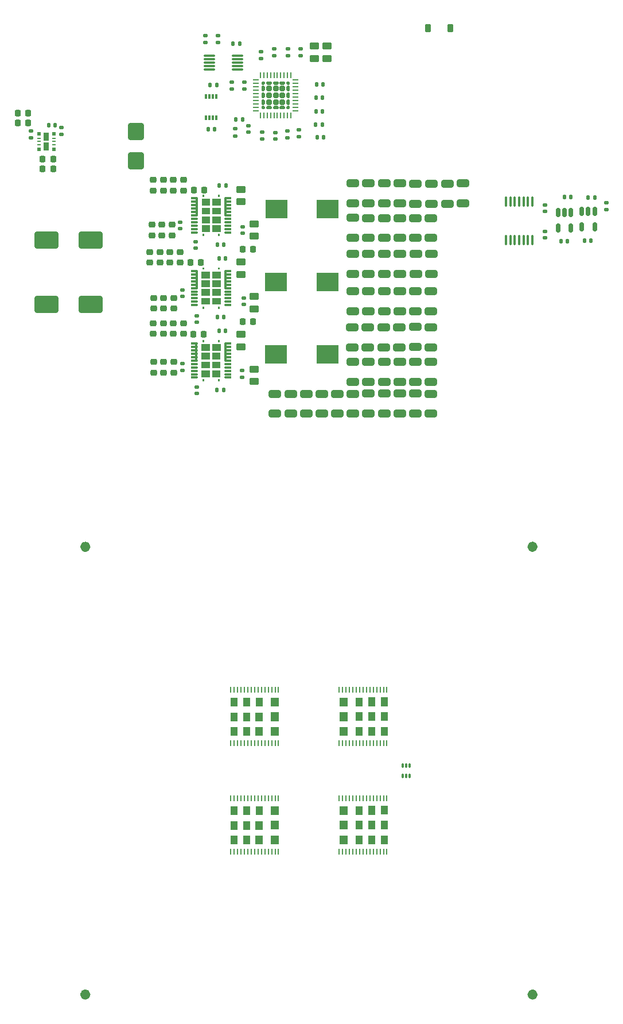
<source format=gtp>
G04 #@! TF.GenerationSoftware,KiCad,Pcbnew,9.0.1*
G04 #@! TF.CreationDate,2025-06-03T01:03:25-04:00*
G04 #@! TF.ProjectId,nerdqaxe++,6e657264-7161-4786-952b-2b2e6b696361,rev?*
G04 #@! TF.SameCoordinates,Original*
G04 #@! TF.FileFunction,Paste,Top*
G04 #@! TF.FilePolarity,Positive*
%FSLAX46Y46*%
G04 Gerber Fmt 4.6, Leading zero omitted, Abs format (unit mm)*
G04 Created by KiCad (PCBNEW 9.0.1) date 2025-06-03 01:03:25*
%MOMM*%
%LPD*%
G01*
G04 APERTURE LIST*
G04 Aperture macros list*
%AMRoundRect*
0 Rectangle with rounded corners*
0 $1 Rounding radius*
0 $2 $3 $4 $5 $6 $7 $8 $9 X,Y pos of 4 corners*
0 Add a 4 corners polygon primitive as box body*
4,1,4,$2,$3,$4,$5,$6,$7,$8,$9,$2,$3,0*
0 Add four circle primitives for the rounded corners*
1,1,$1+$1,$2,$3*
1,1,$1+$1,$4,$5*
1,1,$1+$1,$6,$7*
1,1,$1+$1,$8,$9*
0 Add four rect primitives between the rounded corners*
20,1,$1+$1,$2,$3,$4,$5,0*
20,1,$1+$1,$4,$5,$6,$7,0*
20,1,$1+$1,$6,$7,$8,$9,0*
20,1,$1+$1,$8,$9,$2,$3,0*%
%AMFreePoly0*
4,1,19,0.178553,0.213392,0.221317,0.164040,0.231790,0.115895,0.231790,-0.012362,0.213392,-0.075020,0.197845,-0.094312,0.094312,-0.197845,0.036997,-0.229141,0.012362,-0.231790,-0.115895,-0.231790,-0.178553,-0.213392,-0.221317,-0.164040,-0.231790,-0.115895,-0.231790,0.115895,-0.213392,0.178553,-0.164040,0.221317,-0.115895,0.231790,0.115895,0.231790,0.178553,0.213392,0.178553,0.213392,
$1*%
%AMFreePoly1*
4,1,21,0.122595,0.381565,0.128518,0.376137,0.204814,0.299841,0.231439,0.242746,0.231789,0.234719,0.231789,-0.234719,0.210242,-0.293918,0.204814,-0.299841,0.128518,-0.376137,0.071423,-0.402762,0.063396,-0.403112,-0.139692,-0.403112,-0.198891,-0.381565,-0.230390,-0.327007,-0.231789,-0.311015,-0.231789,0.311015,-0.210242,0.370214,-0.155684,0.401713,-0.139692,0.403112,0.063396,0.403112,
0.122595,0.381565,0.122595,0.381565,$1*%
%AMFreePoly2*
4,1,19,0.075020,0.213392,0.094312,0.197845,0.197845,0.094312,0.229141,0.036997,0.231790,0.012362,0.231790,-0.115895,0.213392,-0.178553,0.164040,-0.221317,0.115895,-0.231790,-0.115895,-0.231790,-0.178553,-0.213392,-0.221317,-0.164040,-0.231790,-0.115895,-0.231790,0.115895,-0.213392,0.178553,-0.164040,0.221317,-0.115895,0.231790,0.012362,0.231790,0.075020,0.213392,0.075020,0.213392,
$1*%
%AMFreePoly3*
4,1,21,0.370214,0.210242,0.401713,0.155684,0.403112,0.139692,0.403112,-0.063396,0.381565,-0.122595,0.376137,-0.128518,0.299841,-0.204814,0.242746,-0.231439,0.234719,-0.231789,-0.234719,-0.231789,-0.293918,-0.210242,-0.299841,-0.204814,-0.376137,-0.128518,-0.402762,-0.071423,-0.403112,-0.063396,-0.403112,0.139692,-0.381565,0.198891,-0.327007,0.230390,-0.311015,0.231789,0.311015,0.231789,
0.370214,0.210242,0.370214,0.210242,$1*%
%AMFreePoly4*
4,1,21,0.293918,0.210242,0.299841,0.204814,0.376137,0.128518,0.402762,0.071423,0.403112,0.063396,0.403112,-0.139692,0.381565,-0.198891,0.327007,-0.230390,0.311015,-0.231789,-0.311015,-0.231789,-0.370214,-0.210242,-0.401713,-0.155684,-0.403112,-0.139692,-0.403112,0.063396,-0.381565,0.122595,-0.376137,0.128518,-0.299841,0.204814,-0.242746,0.231439,-0.234719,0.231789,0.234719,0.231789,
0.293918,0.210242,0.293918,0.210242,$1*%
%AMFreePoly5*
4,1,19,0.178553,0.213392,0.221317,0.164040,0.231790,0.115895,0.231790,-0.115895,0.213392,-0.178553,0.164040,-0.221317,0.115895,-0.231790,-0.012362,-0.231790,-0.075020,-0.213392,-0.094312,-0.197845,-0.197845,-0.094312,-0.229141,-0.036997,-0.231790,-0.012362,-0.231790,0.115895,-0.213392,0.178553,-0.164040,0.221317,-0.115895,0.231790,0.115895,0.231790,0.178553,0.213392,0.178553,0.213392,
$1*%
%AMFreePoly6*
4,1,21,0.198891,0.381565,0.230390,0.327007,0.231789,0.311015,0.231789,-0.311015,0.210242,-0.370214,0.155684,-0.401713,0.139692,-0.403112,-0.063396,-0.403112,-0.122595,-0.381565,-0.128518,-0.376137,-0.204814,-0.299841,-0.231439,-0.242746,-0.231789,-0.234719,-0.231789,0.234719,-0.210242,0.293918,-0.204814,0.299841,-0.128518,0.376137,-0.071423,0.402762,-0.063396,0.403112,0.139692,0.403112,
0.198891,0.381565,0.198891,0.381565,$1*%
%AMFreePoly7*
4,1,19,0.178553,0.213392,0.221317,0.164040,0.231790,0.115895,0.231790,-0.115895,0.213392,-0.178553,0.164040,-0.221317,0.115895,-0.231790,-0.115895,-0.231790,-0.178553,-0.213392,-0.221317,-0.164040,-0.231790,-0.115895,-0.231790,0.012362,-0.213392,0.075020,-0.197845,0.094312,-0.094312,0.197845,-0.036997,0.229141,-0.012362,0.231790,0.115895,0.231790,0.178553,0.213392,0.178553,0.213392,
$1*%
G04 Aperture macros list end*
%ADD10C,0.001000*%
%ADD11C,0.000000*%
%ADD12C,0.750000*%
%ADD13RoundRect,0.225000X0.250000X-0.225000X0.250000X0.225000X-0.250000X0.225000X-0.250000X-0.225000X0*%
%ADD14RoundRect,0.225000X-0.250000X0.225000X-0.250000X-0.225000X0.250000X-0.225000X0.250000X0.225000X0*%
%ADD15RoundRect,0.135000X-0.185000X0.135000X-0.185000X-0.135000X0.185000X-0.135000X0.185000X0.135000X0*%
%ADD16RoundRect,0.140000X-0.140000X-0.170000X0.140000X-0.170000X0.140000X0.170000X-0.140000X0.170000X0*%
%ADD17RoundRect,0.140000X0.140000X0.170000X-0.140000X0.170000X-0.140000X-0.170000X0.140000X-0.170000X0*%
%ADD18RoundRect,0.055250X-0.055250X0.340750X-0.055250X-0.340750X0.055250X-0.340750X0.055250X0.340750X0*%
%ADD19RoundRect,0.250000X-0.650000X0.325000X-0.650000X-0.325000X0.650000X-0.325000X0.650000X0.325000X0*%
%ADD20R,3.300000X2.800000*%
%ADD21RoundRect,0.250000X-0.450000X0.262500X-0.450000X-0.262500X0.450000X-0.262500X0.450000X0.262500X0*%
%ADD22RoundRect,0.050000X-0.100000X0.285000X-0.100000X-0.285000X0.100000X-0.285000X0.100000X0.285000X0*%
%ADD23RoundRect,0.250000X0.650000X-0.325000X0.650000X0.325000X-0.650000X0.325000X-0.650000X-0.325000X0*%
%ADD24RoundRect,0.135000X0.185000X-0.135000X0.185000X0.135000X-0.185000X0.135000X-0.185000X-0.135000X0*%
%ADD25RoundRect,0.250000X1.500000X1.000000X-1.500000X1.000000X-1.500000X-1.000000X1.500000X-1.000000X0*%
%ADD26FreePoly0,90.000000*%
%ADD27FreePoly1,90.000000*%
%ADD28FreePoly2,90.000000*%
%ADD29FreePoly3,90.000000*%
%ADD30RoundRect,0.201557X0.201556X-0.201556X0.201556X0.201556X-0.201556X0.201556X-0.201556X-0.201556X0*%
%ADD31FreePoly4,90.000000*%
%ADD32FreePoly5,90.000000*%
%ADD33FreePoly6,90.000000*%
%ADD34FreePoly7,90.000000*%
%ADD35RoundRect,0.062500X0.062500X-0.375000X0.062500X0.375000X-0.062500X0.375000X-0.062500X-0.375000X0*%
%ADD36RoundRect,0.062500X0.375000X-0.062500X0.375000X0.062500X-0.375000X0.062500X-0.375000X-0.062500X0*%
%ADD37R,0.533400X0.558800*%
%ADD38R,0.533400X0.279400*%
%ADD39RoundRect,0.140000X0.170000X-0.140000X0.170000X0.140000X-0.170000X0.140000X-0.170000X-0.140000X0*%
%ADD40RoundRect,0.250000X0.450000X-0.262500X0.450000X0.262500X-0.450000X0.262500X-0.450000X-0.262500X0*%
%ADD41RoundRect,0.225000X0.225000X0.250000X-0.225000X0.250000X-0.225000X-0.250000X0.225000X-0.250000X0*%
%ADD42RoundRect,0.250000X0.900000X-1.000000X0.900000X1.000000X-0.900000X1.000000X-0.900000X-1.000000X0*%
%ADD43RoundRect,0.140000X-0.170000X0.140000X-0.170000X-0.140000X0.170000X-0.140000X0.170000X0.140000X0*%
%ADD44RoundRect,0.100000X-0.100000X0.637500X-0.100000X-0.637500X0.100000X-0.637500X0.100000X0.637500X0*%
%ADD45RoundRect,0.127000X0.373000X0.023000X-0.373000X0.023000X-0.373000X-0.023000X0.373000X-0.023000X0*%
%ADD46R,0.500000X0.300000*%
%ADD47RoundRect,0.127000X0.078000X1.273000X-0.078000X1.273000X-0.078000X-1.273000X0.078000X-1.273000X0*%
%ADD48RoundRect,0.127000X-0.373000X-0.023000X0.373000X-0.023000X0.373000X0.023000X-0.373000X0.023000X0*%
%ADD49RoundRect,0.150000X-0.150000X0.512500X-0.150000X-0.512500X0.150000X-0.512500X0.150000X0.512500X0*%
%ADD50RoundRect,0.225000X-0.225000X-0.250000X0.225000X-0.250000X0.225000X0.250000X-0.225000X0.250000X0*%
%ADD51RoundRect,0.135000X-0.135000X-0.185000X0.135000X-0.185000X0.135000X0.185000X-0.135000X0.185000X0*%
%ADD52RoundRect,0.135000X0.135000X0.185000X-0.135000X0.185000X-0.135000X-0.185000X0.135000X-0.185000X0*%
%ADD53RoundRect,0.055250X0.055250X-0.340750X0.055250X0.340750X-0.055250X0.340750X-0.055250X-0.340750X0*%
%ADD54R,0.300000X0.800000*%
%ADD55RoundRect,0.087500X0.725000X0.087500X-0.725000X0.087500X-0.725000X-0.087500X0.725000X-0.087500X0*%
%ADD56RoundRect,0.225000X0.225000X0.375000X-0.225000X0.375000X-0.225000X-0.375000X0.225000X-0.375000X0*%
G04 APERTURE END LIST*
D10*
X83435000Y-130650000D02*
X84385000Y-130650000D01*
X84385000Y-129450000D01*
X83435000Y-129450000D01*
X83435000Y-130650000D01*
G36*
X83435000Y-130650000D02*
G01*
X84385000Y-130650000D01*
X84385000Y-129450000D01*
X83435000Y-129450000D01*
X83435000Y-130650000D01*
G37*
X83435000Y-132800000D02*
X84385000Y-132800000D01*
X84385000Y-131600000D01*
X83435000Y-131600000D01*
X83435000Y-132800000D01*
G36*
X83435000Y-132800000D02*
G01*
X84385000Y-132800000D01*
X84385000Y-131600000D01*
X83435000Y-131600000D01*
X83435000Y-132800000D01*
G37*
X83445000Y-128440000D02*
X84395000Y-128440000D01*
X84395000Y-127240000D01*
X83445000Y-127240000D01*
X83445000Y-128440000D01*
G36*
X83445000Y-128440000D02*
G01*
X84395000Y-128440000D01*
X84395000Y-127240000D01*
X83445000Y-127240000D01*
X83445000Y-128440000D01*
G37*
X85295000Y-130640000D02*
X86245000Y-130640000D01*
X86245000Y-129440000D01*
X85295000Y-129440000D01*
X85295000Y-130640000D01*
G36*
X85295000Y-130640000D02*
G01*
X86245000Y-130640000D01*
X86245000Y-129440000D01*
X85295000Y-129440000D01*
X85295000Y-130640000D01*
G37*
X85295000Y-132790000D02*
X86245000Y-132790000D01*
X86245000Y-131590000D01*
X85295000Y-131590000D01*
X85295000Y-132790000D01*
G36*
X85295000Y-132790000D02*
G01*
X86245000Y-132790000D01*
X86245000Y-131590000D01*
X85295000Y-131590000D01*
X85295000Y-132790000D01*
G37*
X85305000Y-128430000D02*
X86255000Y-128430000D01*
X86255000Y-127230000D01*
X85305000Y-127230000D01*
X85305000Y-128430000D01*
G36*
X85305000Y-128430000D02*
G01*
X86255000Y-128430000D01*
X86255000Y-127230000D01*
X85305000Y-127230000D01*
X85305000Y-128430000D01*
G37*
X87125000Y-130630000D02*
X88075000Y-130630000D01*
X88075000Y-129430000D01*
X87125000Y-129430000D01*
X87125000Y-130630000D01*
G36*
X87125000Y-130630000D02*
G01*
X88075000Y-130630000D01*
X88075000Y-129430000D01*
X87125000Y-129430000D01*
X87125000Y-130630000D01*
G37*
X87125000Y-132780000D02*
X88075000Y-132780000D01*
X88075000Y-131580000D01*
X87125000Y-131580000D01*
X87125000Y-132780000D01*
G36*
X87125000Y-132780000D02*
G01*
X88075000Y-132780000D01*
X88075000Y-131580000D01*
X87125000Y-131580000D01*
X87125000Y-132780000D01*
G37*
X87135000Y-128420000D02*
X88085000Y-128420000D01*
X88085000Y-127220000D01*
X87135000Y-127220000D01*
X87135000Y-128420000D01*
G36*
X87135000Y-128420000D02*
G01*
X88085000Y-128420000D01*
X88085000Y-127220000D01*
X87135000Y-127220000D01*
X87135000Y-128420000D01*
G37*
X89340000Y-128460000D02*
X90460000Y-128460000D01*
X90460000Y-127260000D01*
X89340000Y-127260000D01*
X89340000Y-128460000D01*
G36*
X89340000Y-128460000D02*
G01*
X90460000Y-128460000D01*
X90460000Y-127260000D01*
X89340000Y-127260000D01*
X89340000Y-128460000D01*
G37*
X89350000Y-130600000D02*
X90460000Y-130600000D01*
X90460000Y-129400000D01*
X89350000Y-129400000D01*
X89350000Y-130600000D01*
G36*
X89350000Y-130600000D02*
G01*
X90460000Y-130600000D01*
X90460000Y-129400000D01*
X89350000Y-129400000D01*
X89350000Y-130600000D01*
G37*
X89370000Y-132780000D02*
X90480000Y-132780000D01*
X90480000Y-131580000D01*
X89370000Y-131580000D01*
X89370000Y-132780000D01*
G36*
X89370000Y-132780000D02*
G01*
X90480000Y-132780000D01*
X90480000Y-131580000D01*
X89370000Y-131580000D01*
X89370000Y-132780000D01*
G37*
D11*
G36*
X56619900Y-45150000D02*
G01*
X55880100Y-45150000D01*
X55880100Y-43927600D01*
X56619900Y-43927600D01*
X56619900Y-45150000D01*
G37*
G36*
X56619900Y-46572400D02*
G01*
X55880100Y-46572400D01*
X55880100Y-45350000D01*
X56619900Y-45350000D01*
X56619900Y-46572400D01*
G37*
G36*
X79165000Y-64417500D02*
G01*
X80415000Y-64417500D01*
X80415000Y-65412500D01*
X79165000Y-65412500D01*
X79165000Y-64417500D01*
G37*
G36*
X79165000Y-65712500D02*
G01*
X80415000Y-65712500D01*
X80415000Y-66707500D01*
X79165000Y-66707500D01*
X79165000Y-65712500D01*
G37*
G36*
X79165000Y-67007500D02*
G01*
X80415000Y-67007500D01*
X80415000Y-68002500D01*
X79165000Y-68002500D01*
X79165000Y-67007500D01*
G37*
G36*
X79165000Y-68302500D02*
G01*
X80415000Y-68302500D01*
X80415000Y-69297500D01*
X79165000Y-69297500D01*
X79165000Y-68302500D01*
G37*
G36*
X79305000Y-69597500D02*
G01*
X79555000Y-69597500D01*
X79555000Y-69908500D01*
X79305000Y-69908500D01*
X79305000Y-69597500D01*
G37*
G36*
X79315000Y-63806500D02*
G01*
X79565000Y-63806500D01*
X79565000Y-64117500D01*
X79315000Y-64117500D01*
X79315000Y-63806500D01*
G37*
G36*
X80715000Y-65712500D02*
G01*
X81965000Y-65712500D01*
X81965000Y-66707500D01*
X80715000Y-66707500D01*
X80715000Y-65712500D01*
G37*
G36*
X80715000Y-67007500D02*
G01*
X81965000Y-67007500D01*
X81965000Y-68002500D01*
X80715000Y-68002500D01*
X80715000Y-67007500D01*
G37*
G36*
X80715000Y-68302500D02*
G01*
X81965000Y-68302500D01*
X81965000Y-69297500D01*
X80715000Y-69297500D01*
X80715000Y-68302500D01*
G37*
G36*
X80725000Y-64417500D02*
G01*
X81975000Y-64417500D01*
X81975000Y-65412500D01*
X80725000Y-65412500D01*
X80725000Y-64417500D01*
G37*
G36*
X81565000Y-63806500D02*
G01*
X81815000Y-63806500D01*
X81815000Y-64117500D01*
X81565000Y-64117500D01*
X81565000Y-63806500D01*
G37*
G36*
X81565000Y-69597500D02*
G01*
X81815000Y-69597500D01*
X81815000Y-69908500D01*
X81565000Y-69908500D01*
X81565000Y-69597500D01*
G37*
D12*
X62375000Y-171000000D02*
G75*
G02*
X61625000Y-171000000I-375000J0D01*
G01*
X61625000Y-171000000D02*
G75*
G02*
X62375000Y-171000000I375000J0D01*
G01*
X128375000Y-105000000D02*
G75*
G02*
X127625000Y-105000000I-375000J0D01*
G01*
X127625000Y-105000000D02*
G75*
G02*
X128375000Y-105000000I375000J0D01*
G01*
X62375000Y-105000000D02*
G75*
G02*
X61625000Y-105000000I-375000J0D01*
G01*
X61625000Y-105000000D02*
G75*
G02*
X62375000Y-105000000I375000J0D01*
G01*
D10*
X83435000Y-146650000D02*
X84385000Y-146650000D01*
X84385000Y-145450000D01*
X83435000Y-145450000D01*
X83435000Y-146650000D01*
G36*
X83435000Y-146650000D02*
G01*
X84385000Y-146650000D01*
X84385000Y-145450000D01*
X83435000Y-145450000D01*
X83435000Y-146650000D01*
G37*
X83435000Y-148800000D02*
X84385000Y-148800000D01*
X84385000Y-147600000D01*
X83435000Y-147600000D01*
X83435000Y-148800000D01*
G36*
X83435000Y-148800000D02*
G01*
X84385000Y-148800000D01*
X84385000Y-147600000D01*
X83435000Y-147600000D01*
X83435000Y-148800000D01*
G37*
X83445000Y-144440000D02*
X84395000Y-144440000D01*
X84395000Y-143240000D01*
X83445000Y-143240000D01*
X83445000Y-144440000D01*
G36*
X83445000Y-144440000D02*
G01*
X84395000Y-144440000D01*
X84395000Y-143240000D01*
X83445000Y-143240000D01*
X83445000Y-144440000D01*
G37*
X85295000Y-146640000D02*
X86245000Y-146640000D01*
X86245000Y-145440000D01*
X85295000Y-145440000D01*
X85295000Y-146640000D01*
G36*
X85295000Y-146640000D02*
G01*
X86245000Y-146640000D01*
X86245000Y-145440000D01*
X85295000Y-145440000D01*
X85295000Y-146640000D01*
G37*
X85295000Y-148790000D02*
X86245000Y-148790000D01*
X86245000Y-147590000D01*
X85295000Y-147590000D01*
X85295000Y-148790000D01*
G36*
X85295000Y-148790000D02*
G01*
X86245000Y-148790000D01*
X86245000Y-147590000D01*
X85295000Y-147590000D01*
X85295000Y-148790000D01*
G37*
X85305000Y-144430000D02*
X86255000Y-144430000D01*
X86255000Y-143230000D01*
X85305000Y-143230000D01*
X85305000Y-144430000D01*
G36*
X85305000Y-144430000D02*
G01*
X86255000Y-144430000D01*
X86255000Y-143230000D01*
X85305000Y-143230000D01*
X85305000Y-144430000D01*
G37*
X87125000Y-146630000D02*
X88075000Y-146630000D01*
X88075000Y-145430000D01*
X87125000Y-145430000D01*
X87125000Y-146630000D01*
G36*
X87125000Y-146630000D02*
G01*
X88075000Y-146630000D01*
X88075000Y-145430000D01*
X87125000Y-145430000D01*
X87125000Y-146630000D01*
G37*
X87125000Y-148780000D02*
X88075000Y-148780000D01*
X88075000Y-147580000D01*
X87125000Y-147580000D01*
X87125000Y-148780000D01*
G36*
X87125000Y-148780000D02*
G01*
X88075000Y-148780000D01*
X88075000Y-147580000D01*
X87125000Y-147580000D01*
X87125000Y-148780000D01*
G37*
X87135000Y-144420000D02*
X88085000Y-144420000D01*
X88085000Y-143220000D01*
X87135000Y-143220000D01*
X87135000Y-144420000D01*
G36*
X87135000Y-144420000D02*
G01*
X88085000Y-144420000D01*
X88085000Y-143220000D01*
X87135000Y-143220000D01*
X87135000Y-144420000D01*
G37*
X89340000Y-144460000D02*
X90460000Y-144460000D01*
X90460000Y-143260000D01*
X89340000Y-143260000D01*
X89340000Y-144460000D01*
G36*
X89340000Y-144460000D02*
G01*
X90460000Y-144460000D01*
X90460000Y-143260000D01*
X89340000Y-143260000D01*
X89340000Y-144460000D01*
G37*
X89350000Y-146600000D02*
X90460000Y-146600000D01*
X90460000Y-145400000D01*
X89350000Y-145400000D01*
X89350000Y-146600000D01*
G36*
X89350000Y-146600000D02*
G01*
X90460000Y-146600000D01*
X90460000Y-145400000D01*
X89350000Y-145400000D01*
X89350000Y-146600000D01*
G37*
X89370000Y-148780000D02*
X90480000Y-148780000D01*
X90480000Y-147580000D01*
X89370000Y-147580000D01*
X89370000Y-148780000D01*
G36*
X89370000Y-148780000D02*
G01*
X90480000Y-148780000D01*
X90480000Y-147580000D01*
X89370000Y-147580000D01*
X89370000Y-148780000D01*
G37*
X100630000Y-127220000D02*
X99520000Y-127220000D01*
X99520000Y-128420000D01*
X100630000Y-128420000D01*
X100630000Y-127220000D01*
G36*
X100630000Y-127220000D02*
G01*
X99520000Y-127220000D01*
X99520000Y-128420000D01*
X100630000Y-128420000D01*
X100630000Y-127220000D01*
G37*
X100650000Y-129400000D02*
X99540000Y-129400000D01*
X99540000Y-130600000D01*
X100650000Y-130600000D01*
X100650000Y-129400000D01*
G36*
X100650000Y-129400000D02*
G01*
X99540000Y-129400000D01*
X99540000Y-130600000D01*
X100650000Y-130600000D01*
X100650000Y-129400000D01*
G37*
X100660000Y-131540000D02*
X99540000Y-131540000D01*
X99540000Y-132740000D01*
X100660000Y-132740000D01*
X100660000Y-131540000D01*
G36*
X100660000Y-131540000D02*
G01*
X99540000Y-131540000D01*
X99540000Y-132740000D01*
X100660000Y-132740000D01*
X100660000Y-131540000D01*
G37*
X102865000Y-131580000D02*
X101915000Y-131580000D01*
X101915000Y-132780000D01*
X102865000Y-132780000D01*
X102865000Y-131580000D01*
G36*
X102865000Y-131580000D02*
G01*
X101915000Y-131580000D01*
X101915000Y-132780000D01*
X102865000Y-132780000D01*
X102865000Y-131580000D01*
G37*
X102875000Y-127220000D02*
X101925000Y-127220000D01*
X101925000Y-128420000D01*
X102875000Y-128420000D01*
X102875000Y-127220000D01*
G36*
X102875000Y-127220000D02*
G01*
X101925000Y-127220000D01*
X101925000Y-128420000D01*
X102875000Y-128420000D01*
X102875000Y-127220000D01*
G37*
X102875000Y-129370000D02*
X101925000Y-129370000D01*
X101925000Y-130570000D01*
X102875000Y-130570000D01*
X102875000Y-129370000D01*
G36*
X102875000Y-129370000D02*
G01*
X101925000Y-129370000D01*
X101925000Y-130570000D01*
X102875000Y-130570000D01*
X102875000Y-129370000D01*
G37*
X104695000Y-131570000D02*
X103745000Y-131570000D01*
X103745000Y-132770000D01*
X104695000Y-132770000D01*
X104695000Y-131570000D01*
G36*
X104695000Y-131570000D02*
G01*
X103745000Y-131570000D01*
X103745000Y-132770000D01*
X104695000Y-132770000D01*
X104695000Y-131570000D01*
G37*
X104705000Y-127210000D02*
X103755000Y-127210000D01*
X103755000Y-128410000D01*
X104705000Y-128410000D01*
X104705000Y-127210000D01*
G36*
X104705000Y-127210000D02*
G01*
X103755000Y-127210000D01*
X103755000Y-128410000D01*
X104705000Y-128410000D01*
X104705000Y-127210000D01*
G37*
X104705000Y-129360000D02*
X103755000Y-129360000D01*
X103755000Y-130560000D01*
X104705000Y-130560000D01*
X104705000Y-129360000D01*
G36*
X104705000Y-129360000D02*
G01*
X103755000Y-129360000D01*
X103755000Y-130560000D01*
X104705000Y-130560000D01*
X104705000Y-129360000D01*
G37*
X106555000Y-131560000D02*
X105605000Y-131560000D01*
X105605000Y-132760000D01*
X106555000Y-132760000D01*
X106555000Y-131560000D01*
G36*
X106555000Y-131560000D02*
G01*
X105605000Y-131560000D01*
X105605000Y-132760000D01*
X106555000Y-132760000D01*
X106555000Y-131560000D01*
G37*
X106565000Y-127200000D02*
X105615000Y-127200000D01*
X105615000Y-128400000D01*
X106565000Y-128400000D01*
X106565000Y-127200000D01*
G36*
X106565000Y-127200000D02*
G01*
X105615000Y-127200000D01*
X105615000Y-128400000D01*
X106565000Y-128400000D01*
X106565000Y-127200000D01*
G37*
X106565000Y-129350000D02*
X105615000Y-129350000D01*
X105615000Y-130550000D01*
X106565000Y-130550000D01*
X106565000Y-129350000D01*
G36*
X106565000Y-129350000D02*
G01*
X105615000Y-129350000D01*
X105615000Y-130550000D01*
X106565000Y-130550000D01*
X106565000Y-129350000D01*
G37*
X100630000Y-143220000D02*
X99520000Y-143220000D01*
X99520000Y-144420000D01*
X100630000Y-144420000D01*
X100630000Y-143220000D01*
G36*
X100630000Y-143220000D02*
G01*
X99520000Y-143220000D01*
X99520000Y-144420000D01*
X100630000Y-144420000D01*
X100630000Y-143220000D01*
G37*
X100650000Y-145400000D02*
X99540000Y-145400000D01*
X99540000Y-146600000D01*
X100650000Y-146600000D01*
X100650000Y-145400000D01*
G36*
X100650000Y-145400000D02*
G01*
X99540000Y-145400000D01*
X99540000Y-146600000D01*
X100650000Y-146600000D01*
X100650000Y-145400000D01*
G37*
X100660000Y-147540000D02*
X99540000Y-147540000D01*
X99540000Y-148740000D01*
X100660000Y-148740000D01*
X100660000Y-147540000D01*
G36*
X100660000Y-147540000D02*
G01*
X99540000Y-147540000D01*
X99540000Y-148740000D01*
X100660000Y-148740000D01*
X100660000Y-147540000D01*
G37*
X102865000Y-147580000D02*
X101915000Y-147580000D01*
X101915000Y-148780000D01*
X102865000Y-148780000D01*
X102865000Y-147580000D01*
G36*
X102865000Y-147580000D02*
G01*
X101915000Y-147580000D01*
X101915000Y-148780000D01*
X102865000Y-148780000D01*
X102865000Y-147580000D01*
G37*
X102875000Y-143220000D02*
X101925000Y-143220000D01*
X101925000Y-144420000D01*
X102875000Y-144420000D01*
X102875000Y-143220000D01*
G36*
X102875000Y-143220000D02*
G01*
X101925000Y-143220000D01*
X101925000Y-144420000D01*
X102875000Y-144420000D01*
X102875000Y-143220000D01*
G37*
X102875000Y-145370000D02*
X101925000Y-145370000D01*
X101925000Y-146570000D01*
X102875000Y-146570000D01*
X102875000Y-145370000D01*
G36*
X102875000Y-145370000D02*
G01*
X101925000Y-145370000D01*
X101925000Y-146570000D01*
X102875000Y-146570000D01*
X102875000Y-145370000D01*
G37*
X104695000Y-147570000D02*
X103745000Y-147570000D01*
X103745000Y-148770000D01*
X104695000Y-148770000D01*
X104695000Y-147570000D01*
G36*
X104695000Y-147570000D02*
G01*
X103745000Y-147570000D01*
X103745000Y-148770000D01*
X104695000Y-148770000D01*
X104695000Y-147570000D01*
G37*
X104705000Y-143210000D02*
X103755000Y-143210000D01*
X103755000Y-144410000D01*
X104705000Y-144410000D01*
X104705000Y-143210000D01*
G36*
X104705000Y-143210000D02*
G01*
X103755000Y-143210000D01*
X103755000Y-144410000D01*
X104705000Y-144410000D01*
X104705000Y-143210000D01*
G37*
X104705000Y-145360000D02*
X103755000Y-145360000D01*
X103755000Y-146560000D01*
X104705000Y-146560000D01*
X104705000Y-145360000D01*
G36*
X104705000Y-145360000D02*
G01*
X103755000Y-145360000D01*
X103755000Y-146560000D01*
X104705000Y-146560000D01*
X104705000Y-145360000D01*
G37*
X106555000Y-147560000D02*
X105605000Y-147560000D01*
X105605000Y-148760000D01*
X106555000Y-148760000D01*
X106555000Y-147560000D01*
G36*
X106555000Y-147560000D02*
G01*
X105605000Y-147560000D01*
X105605000Y-148760000D01*
X106555000Y-148760000D01*
X106555000Y-147560000D01*
G37*
X106565000Y-143200000D02*
X105615000Y-143200000D01*
X105615000Y-144400000D01*
X106565000Y-144400000D01*
X106565000Y-143200000D01*
G36*
X106565000Y-143200000D02*
G01*
X105615000Y-143200000D01*
X105615000Y-144400000D01*
X106565000Y-144400000D01*
X106565000Y-143200000D01*
G37*
X106565000Y-145350000D02*
X105615000Y-145350000D01*
X105615000Y-146550000D01*
X106565000Y-146550000D01*
X106565000Y-145350000D01*
G36*
X106565000Y-145350000D02*
G01*
X105615000Y-145350000D01*
X105615000Y-146550000D01*
X106565000Y-146550000D01*
X106565000Y-145350000D01*
G37*
G36*
X79175000Y-53697500D02*
G01*
X80425000Y-53697500D01*
X80425000Y-54692500D01*
X79175000Y-54692500D01*
X79175000Y-53697500D01*
G37*
G36*
X79175000Y-54992500D02*
G01*
X80425000Y-54992500D01*
X80425000Y-55987500D01*
X79175000Y-55987500D01*
X79175000Y-54992500D01*
G37*
G36*
X79175000Y-56287500D02*
G01*
X80425000Y-56287500D01*
X80425000Y-57282500D01*
X79175000Y-57282500D01*
X79175000Y-56287500D01*
G37*
G36*
X79175000Y-57582500D02*
G01*
X80425000Y-57582500D01*
X80425000Y-58577500D01*
X79175000Y-58577500D01*
X79175000Y-57582500D01*
G37*
G36*
X79315000Y-58877500D02*
G01*
X79565000Y-58877500D01*
X79565000Y-59188500D01*
X79315000Y-59188500D01*
X79315000Y-58877500D01*
G37*
G36*
X79325000Y-53086500D02*
G01*
X79575000Y-53086500D01*
X79575000Y-53397500D01*
X79325000Y-53397500D01*
X79325000Y-53086500D01*
G37*
G36*
X80725000Y-54992500D02*
G01*
X81975000Y-54992500D01*
X81975000Y-55987500D01*
X80725000Y-55987500D01*
X80725000Y-54992500D01*
G37*
G36*
X80725000Y-56287500D02*
G01*
X81975000Y-56287500D01*
X81975000Y-57282500D01*
X80725000Y-57282500D01*
X80725000Y-56287500D01*
G37*
G36*
X80725000Y-57582500D02*
G01*
X81975000Y-57582500D01*
X81975000Y-58577500D01*
X80725000Y-58577500D01*
X80725000Y-57582500D01*
G37*
G36*
X80735000Y-53697500D02*
G01*
X81985000Y-53697500D01*
X81985000Y-54692500D01*
X80735000Y-54692500D01*
X80735000Y-53697500D01*
G37*
G36*
X81575000Y-53086500D02*
G01*
X81825000Y-53086500D01*
X81825000Y-53397500D01*
X81575000Y-53397500D01*
X81575000Y-53086500D01*
G37*
G36*
X81575000Y-58877500D02*
G01*
X81825000Y-58877500D01*
X81825000Y-59188500D01*
X81575000Y-59188500D01*
X81575000Y-58877500D01*
G37*
G36*
X79155000Y-75107500D02*
G01*
X80405000Y-75107500D01*
X80405000Y-76102500D01*
X79155000Y-76102500D01*
X79155000Y-75107500D01*
G37*
G36*
X79155000Y-76402500D02*
G01*
X80405000Y-76402500D01*
X80405000Y-77397500D01*
X79155000Y-77397500D01*
X79155000Y-76402500D01*
G37*
G36*
X79155000Y-77697500D02*
G01*
X80405000Y-77697500D01*
X80405000Y-78692500D01*
X79155000Y-78692500D01*
X79155000Y-77697500D01*
G37*
G36*
X79155000Y-78992500D02*
G01*
X80405000Y-78992500D01*
X80405000Y-79987500D01*
X79155000Y-79987500D01*
X79155000Y-78992500D01*
G37*
G36*
X79295000Y-80287500D02*
G01*
X79545000Y-80287500D01*
X79545000Y-80598500D01*
X79295000Y-80598500D01*
X79295000Y-80287500D01*
G37*
G36*
X79305000Y-74496500D02*
G01*
X79555000Y-74496500D01*
X79555000Y-74807500D01*
X79305000Y-74807500D01*
X79305000Y-74496500D01*
G37*
G36*
X80705000Y-76402500D02*
G01*
X81955000Y-76402500D01*
X81955000Y-77397500D01*
X80705000Y-77397500D01*
X80705000Y-76402500D01*
G37*
G36*
X80705000Y-77697500D02*
G01*
X81955000Y-77697500D01*
X81955000Y-78692500D01*
X80705000Y-78692500D01*
X80705000Y-77697500D01*
G37*
G36*
X80705000Y-78992500D02*
G01*
X81955000Y-78992500D01*
X81955000Y-79987500D01*
X80705000Y-79987500D01*
X80705000Y-78992500D01*
G37*
G36*
X80715000Y-75107500D02*
G01*
X81965000Y-75107500D01*
X81965000Y-76102500D01*
X80715000Y-76102500D01*
X80715000Y-75107500D01*
G37*
G36*
X81555000Y-74496500D02*
G01*
X81805000Y-74496500D01*
X81805000Y-74807500D01*
X81555000Y-74807500D01*
X81555000Y-74496500D01*
G37*
G36*
X81555000Y-80287500D02*
G01*
X81805000Y-80287500D01*
X81805000Y-80598500D01*
X81555000Y-80598500D01*
X81555000Y-80287500D01*
G37*
D12*
X128375000Y-171000000D02*
G75*
G02*
X127625000Y-171000000I-375000J0D01*
G01*
X127625000Y-171000000D02*
G75*
G02*
X128375000Y-171000000I375000J0D01*
G01*
D13*
X72000000Y-73575000D03*
X72000000Y-72025000D03*
D14*
X73570000Y-68310000D03*
X73570000Y-69860000D03*
D15*
X81600000Y-29640000D03*
X81600000Y-30660000D03*
D16*
X96020000Y-38800000D03*
X96980000Y-38800000D03*
D17*
X133156315Y-59976089D03*
X132196315Y-59976089D03*
D18*
X90514000Y-126084000D03*
X90012000Y-126084000D03*
X89510000Y-126084000D03*
X89008000Y-126084000D03*
X88506000Y-126084000D03*
X88004000Y-126084000D03*
X87502000Y-126084000D03*
X87000000Y-126084000D03*
X86498000Y-126084000D03*
X85996000Y-126084000D03*
X85494000Y-126084000D03*
X84992000Y-126084000D03*
X84490000Y-126084000D03*
X83988000Y-126084000D03*
X83486000Y-126084000D03*
X83486000Y-133916000D03*
X83988000Y-133916000D03*
X84490000Y-133916000D03*
X84992000Y-133916000D03*
X85494000Y-133916000D03*
X85996000Y-133916000D03*
X86498000Y-133916000D03*
X87000000Y-133916000D03*
X87502000Y-133916000D03*
X88004000Y-133916000D03*
X88506000Y-133916000D03*
X89008000Y-133916000D03*
X89510000Y-133916000D03*
X90012000Y-133916000D03*
X90514000Y-133916000D03*
D15*
X79700000Y-29640000D03*
X79700000Y-30660000D03*
X91900000Y-31600000D03*
X91900000Y-32620000D03*
D19*
X108400000Y-77700000D03*
X108400000Y-80650000D03*
D20*
X90180000Y-55200000D03*
X97790000Y-55200000D03*
D14*
X74800000Y-57525000D03*
X74800000Y-59075000D03*
D21*
X84940000Y-63007500D03*
X84940000Y-64832500D03*
D22*
X109840000Y-137280000D03*
X109340000Y-137280000D03*
X108840000Y-137280000D03*
X108840000Y-138760000D03*
X109340000Y-138760000D03*
X109840000Y-138760000D03*
D14*
X75100000Y-77750000D03*
X75100000Y-79300000D03*
D19*
X103800000Y-56525000D03*
X103800000Y-59475000D03*
D23*
X108450000Y-64775000D03*
X108450000Y-61825000D03*
D24*
X89900000Y-32610000D03*
X89900000Y-31590000D03*
D17*
X137180000Y-53500000D03*
X136220000Y-53500000D03*
D23*
X110750000Y-54400000D03*
X110750000Y-51450000D03*
D25*
X62750000Y-69250000D03*
X56250000Y-69250000D03*
D24*
X93493750Y-44510000D03*
X93493750Y-43490000D03*
D13*
X76470000Y-73575000D03*
X76470000Y-72025000D03*
D26*
X88306250Y-40225000D03*
D27*
X89093750Y-40225000D03*
X90093750Y-40225000D03*
X91093750Y-40225000D03*
D28*
X91881250Y-40225000D03*
D29*
X88306250Y-39437500D03*
D30*
X89093750Y-39437500D03*
X90093750Y-39437500D03*
X91093750Y-39437500D03*
D31*
X91881250Y-39437500D03*
D29*
X88306250Y-38437500D03*
D30*
X89093750Y-38437500D03*
X90093750Y-38437500D03*
X91093750Y-38437500D03*
D31*
X91881250Y-38437500D03*
D29*
X88306250Y-37437500D03*
D30*
X89093750Y-37437500D03*
X90093750Y-37437500D03*
X91093750Y-37437500D03*
D31*
X91881250Y-37437500D03*
D32*
X88306250Y-36650000D03*
D33*
X89093750Y-36650000D03*
X90093750Y-36650000D03*
X91093750Y-36650000D03*
D34*
X91881250Y-36650000D03*
D35*
X87843750Y-41375000D03*
X88343750Y-41375000D03*
X88843750Y-41375000D03*
X89343750Y-41375000D03*
X89843750Y-41375000D03*
X90343750Y-41375000D03*
X90843750Y-41375000D03*
X91343750Y-41375000D03*
X91843750Y-41375000D03*
X92343750Y-41375000D03*
D36*
X93031250Y-40687500D03*
X93031250Y-40187500D03*
X93031250Y-39687500D03*
X93031250Y-39187500D03*
X93031250Y-38687500D03*
X93031250Y-38187500D03*
X93031250Y-37687500D03*
X93031250Y-37187500D03*
X93031250Y-36687500D03*
X93031250Y-36187500D03*
D35*
X92343750Y-35500000D03*
X91843750Y-35500000D03*
X91343750Y-35500000D03*
X90843750Y-35500000D03*
X90343750Y-35500000D03*
X89843750Y-35500000D03*
X89343750Y-35500000D03*
X88843750Y-35500000D03*
X88343750Y-35500000D03*
X87843750Y-35500000D03*
D36*
X87156250Y-36187500D03*
X87156250Y-36687500D03*
X87156250Y-37187500D03*
X87156250Y-37687500D03*
X87156250Y-38187500D03*
X87156250Y-38687500D03*
X87156250Y-39187500D03*
X87156250Y-39687500D03*
X87156250Y-40187500D03*
X87156250Y-40687500D03*
D19*
X106100000Y-56525000D03*
X106100000Y-59475000D03*
D23*
X101500000Y-85375000D03*
X101500000Y-82425000D03*
D14*
X73325000Y-57525000D03*
X73325000Y-59075000D03*
D16*
X80420000Y-36900000D03*
X81380000Y-36900000D03*
D37*
X57329500Y-46387501D03*
D38*
X57329500Y-45750126D03*
X57329500Y-45250000D03*
X57329500Y-44749874D03*
D37*
X57329500Y-44112499D03*
X55170500Y-44112499D03*
D38*
X55170500Y-44749874D03*
X55170500Y-45250000D03*
X55170500Y-45750126D03*
D37*
X55170500Y-46387501D03*
D23*
X108400000Y-85350000D03*
X108400000Y-82400000D03*
D19*
X103800000Y-77700000D03*
X103800000Y-80650000D03*
D39*
X87900000Y-32980000D03*
X87900000Y-32020000D03*
D14*
X72070000Y-77750000D03*
X72070000Y-79300000D03*
D13*
X76500000Y-52475000D03*
X76500000Y-50925000D03*
D23*
X113000000Y-85375000D03*
X113000000Y-82425000D03*
D16*
X83820000Y-30850000D03*
X84780000Y-30850000D03*
D24*
X88093750Y-44910000D03*
X88093750Y-43890000D03*
D23*
X89950000Y-85375000D03*
X89950000Y-82425000D03*
D19*
X113000000Y-67325000D03*
X113000000Y-70275000D03*
D17*
X82720000Y-62457500D03*
X81760000Y-62457500D03*
D23*
X106150000Y-64775000D03*
X106150000Y-61825000D03*
D13*
X73030000Y-63085000D03*
X73030000Y-61535000D03*
D40*
X86940000Y-69932500D03*
X86940000Y-68107500D03*
D21*
X97700000Y-31187500D03*
X97700000Y-33012500D03*
D41*
X57250000Y-49275000D03*
X55700000Y-49275000D03*
D23*
X96900000Y-85375000D03*
X96900000Y-82425000D03*
D19*
X103800000Y-67325000D03*
X103800000Y-70275000D03*
D42*
X69450000Y-48050000D03*
X69450000Y-43750000D03*
D23*
X103800000Y-85350000D03*
X103800000Y-82400000D03*
X106100000Y-85350000D03*
X106100000Y-82400000D03*
X113100000Y-54400000D03*
X113100000Y-51450000D03*
D43*
X78480000Y-81420000D03*
X78480000Y-82380000D03*
D23*
X99200000Y-85375000D03*
X99200000Y-82425000D03*
D44*
X127980000Y-54077500D03*
X127330000Y-54077500D03*
X126680000Y-54077500D03*
X126030000Y-54077500D03*
X125380000Y-54077500D03*
X124730000Y-54077500D03*
X124080000Y-54077500D03*
X124080000Y-59802500D03*
X124730000Y-59802500D03*
X125380000Y-59802500D03*
X126030000Y-59802500D03*
X126680000Y-59802500D03*
X127330000Y-59802500D03*
X127980000Y-59802500D03*
D17*
X81067500Y-43400000D03*
X80107500Y-43400000D03*
D20*
X90170000Y-65920000D03*
X97780000Y-65920000D03*
D43*
X129860000Y-54600000D03*
X129860000Y-55560000D03*
D39*
X76000000Y-58080000D03*
X76000000Y-57120000D03*
D24*
X58500000Y-44210000D03*
X58500000Y-43190000D03*
X138880000Y-55267500D03*
X138880000Y-54247500D03*
D23*
X113100000Y-64750000D03*
X113100000Y-61800000D03*
D16*
X96220000Y-44600000D03*
X97180000Y-44600000D03*
D17*
X57555000Y-42850000D03*
X56595000Y-42850000D03*
X82430000Y-60437500D03*
X81470000Y-60437500D03*
D14*
X71850000Y-57525000D03*
X71850000Y-59075000D03*
D45*
X83015000Y-69357500D03*
D46*
X83265000Y-69357500D03*
D45*
X83015000Y-68857500D03*
D46*
X83265000Y-68857500D03*
D45*
X83015000Y-68357500D03*
D46*
X83265000Y-68357500D03*
D45*
X83015000Y-67857500D03*
D46*
X83265000Y-67857500D03*
D45*
X83015000Y-67357500D03*
D46*
X83265000Y-67357500D03*
D47*
X82715000Y-65607500D03*
D45*
X83015000Y-64357500D03*
X83015000Y-64857500D03*
X83015000Y-65357500D03*
X83015000Y-65857500D03*
X83015000Y-66357500D03*
X83015000Y-66857500D03*
D46*
X83265000Y-64357500D03*
X83265000Y-64857500D03*
X83265000Y-65357500D03*
X83265000Y-65857500D03*
X83265000Y-66357500D03*
X83265000Y-66857500D03*
X77865000Y-64357500D03*
X77865000Y-64857500D03*
X77865000Y-65357500D03*
X77865000Y-65857500D03*
X77865000Y-66357500D03*
X77865000Y-66857500D03*
D48*
X78115000Y-64357500D03*
X78115000Y-64857500D03*
X78115000Y-65357500D03*
X78115000Y-65857500D03*
X78115000Y-66357500D03*
X78115000Y-66857500D03*
D47*
X78415000Y-65607500D03*
D46*
X77865000Y-67357500D03*
D48*
X78115000Y-67357500D03*
D46*
X77865000Y-67857500D03*
D48*
X78115000Y-67857500D03*
D46*
X77865000Y-68357500D03*
D48*
X78115000Y-68357500D03*
D46*
X77865000Y-68857500D03*
D48*
X78115000Y-68857500D03*
D46*
X77865000Y-69357500D03*
D48*
X78115000Y-69357500D03*
D21*
X95800000Y-31187500D03*
X95800000Y-33012500D03*
D17*
X82710000Y-73147500D03*
X81750000Y-73147500D03*
D23*
X108350000Y-75575000D03*
X108350000Y-72625000D03*
D24*
X83590000Y-37540000D03*
X83590000Y-36520000D03*
D43*
X90080000Y-43920000D03*
X90080000Y-44880000D03*
X78300000Y-60020000D03*
X78300000Y-60980000D03*
D49*
X137176315Y-55576089D03*
X136226315Y-55576089D03*
X135276315Y-55576089D03*
X135276315Y-57851089D03*
X137176315Y-57851089D03*
D23*
X94600000Y-85375000D03*
X94600000Y-82425000D03*
D13*
X73500000Y-73575000D03*
X73500000Y-72025000D03*
D23*
X115450000Y-54400000D03*
X115450000Y-51450000D03*
D17*
X82410000Y-81847500D03*
X81450000Y-81847500D03*
D43*
X85200000Y-57820000D03*
X85200000Y-58780000D03*
D24*
X54000000Y-44735000D03*
X54000000Y-43715000D03*
D19*
X106100000Y-67325000D03*
X106100000Y-70275000D03*
D15*
X93800000Y-31610000D03*
X93800000Y-32630000D03*
D23*
X110800000Y-64775000D03*
X110800000Y-61825000D03*
D50*
X77925000Y-73700000D03*
X79475000Y-73700000D03*
D51*
X84190000Y-42000000D03*
X85210000Y-42000000D03*
D50*
X77525000Y-63100000D03*
X79075000Y-63100000D03*
D23*
X103700000Y-75575000D03*
X103700000Y-72625000D03*
X113000000Y-75575000D03*
X113000000Y-72625000D03*
D43*
X78490000Y-70920000D03*
X78490000Y-71880000D03*
D23*
X92300000Y-85375000D03*
X92300000Y-82425000D03*
X101500000Y-54350000D03*
X101500000Y-51400000D03*
D16*
X96020000Y-40800000D03*
X96980000Y-40800000D03*
D40*
X86930000Y-80622500D03*
X86930000Y-78797500D03*
D23*
X101400000Y-75575000D03*
X101400000Y-72625000D03*
X108450000Y-54375000D03*
X108450000Y-51425000D03*
D21*
X84930000Y-73697500D03*
X84930000Y-75522500D03*
D23*
X110700000Y-85350000D03*
X110700000Y-82400000D03*
D52*
X97010000Y-42800000D03*
X95990000Y-42800000D03*
D15*
X85490000Y-36520000D03*
X85490000Y-37540000D03*
D23*
X106050000Y-75575000D03*
X106050000Y-72625000D03*
D14*
X73570000Y-77750000D03*
X73570000Y-79300000D03*
D13*
X72000000Y-52475000D03*
X72000000Y-50925000D03*
D18*
X90514000Y-142084000D03*
X90012000Y-142084000D03*
X89510000Y-142084000D03*
X89008000Y-142084000D03*
X88506000Y-142084000D03*
X88004000Y-142084000D03*
X87502000Y-142084000D03*
X87000000Y-142084000D03*
X86498000Y-142084000D03*
X85996000Y-142084000D03*
X85494000Y-142084000D03*
X84992000Y-142084000D03*
X84490000Y-142084000D03*
X83988000Y-142084000D03*
X83486000Y-142084000D03*
X83486000Y-149916000D03*
X83988000Y-149916000D03*
X84490000Y-149916000D03*
X84992000Y-149916000D03*
X85494000Y-149916000D03*
X85996000Y-149916000D03*
X86498000Y-149916000D03*
X87000000Y-149916000D03*
X87502000Y-149916000D03*
X88004000Y-149916000D03*
X88506000Y-149916000D03*
X89008000Y-149916000D03*
X89510000Y-149916000D03*
X90012000Y-149916000D03*
X90514000Y-149916000D03*
D41*
X86775000Y-71800000D03*
X85225000Y-71800000D03*
D39*
X129840000Y-59450000D03*
X129840000Y-58490000D03*
D19*
X101500000Y-56475000D03*
X101500000Y-59425000D03*
D23*
X103800000Y-64775000D03*
X103800000Y-61825000D03*
D39*
X76300000Y-68080000D03*
X76300000Y-67120000D03*
D19*
X108400000Y-67325000D03*
X108400000Y-70275000D03*
D41*
X57250000Y-47800000D03*
X55700000Y-47800000D03*
D25*
X62792500Y-59800000D03*
X56292500Y-59800000D03*
D19*
X106100000Y-77700000D03*
X106100000Y-80650000D03*
D53*
X99486000Y-133916000D03*
X99988000Y-133916000D03*
X100490000Y-133916000D03*
X100992000Y-133916000D03*
X101494000Y-133916000D03*
X101996000Y-133916000D03*
X102498000Y-133916000D03*
X103000000Y-133916000D03*
X103502000Y-133916000D03*
X104004000Y-133916000D03*
X104506000Y-133916000D03*
X105008000Y-133916000D03*
X105510000Y-133916000D03*
X106012000Y-133916000D03*
X106514000Y-133916000D03*
X106514000Y-126084000D03*
X106012000Y-126084000D03*
X105510000Y-126084000D03*
X105008000Y-126084000D03*
X104506000Y-126084000D03*
X104004000Y-126084000D03*
X103502000Y-126084000D03*
X103000000Y-126084000D03*
X102498000Y-126084000D03*
X101996000Y-126084000D03*
X101494000Y-126084000D03*
X100992000Y-126084000D03*
X100490000Y-126084000D03*
X99988000Y-126084000D03*
X99486000Y-126084000D03*
D19*
X108400000Y-56525000D03*
X108400000Y-59475000D03*
D13*
X71500000Y-63075000D03*
X71500000Y-61525000D03*
D17*
X136656315Y-59856089D03*
X135696315Y-59856089D03*
D19*
X113000000Y-56525000D03*
X113000000Y-59475000D03*
D50*
X78025000Y-52400000D03*
X79575000Y-52400000D03*
D21*
X84950000Y-52287500D03*
X84950000Y-54112500D03*
D23*
X101490000Y-64775000D03*
X101490000Y-61825000D03*
D17*
X82420000Y-71157500D03*
X81460000Y-71157500D03*
D49*
X133676315Y-55696089D03*
X132726315Y-55696089D03*
X131776315Y-55696089D03*
X131776315Y-57971089D03*
X133676315Y-57971089D03*
D17*
X133680000Y-53400000D03*
X132720000Y-53400000D03*
D24*
X84100000Y-44410000D03*
X84100000Y-43390000D03*
D53*
X99486000Y-149916000D03*
X99988000Y-149916000D03*
X100490000Y-149916000D03*
X100992000Y-149916000D03*
X101494000Y-149916000D03*
X101996000Y-149916000D03*
X102498000Y-149916000D03*
X103000000Y-149916000D03*
X103502000Y-149916000D03*
X104004000Y-149916000D03*
X104506000Y-149916000D03*
X105008000Y-149916000D03*
X105510000Y-149916000D03*
X106012000Y-149916000D03*
X106514000Y-149916000D03*
X106514000Y-142084000D03*
X106012000Y-142084000D03*
X105510000Y-142084000D03*
X105008000Y-142084000D03*
X104506000Y-142084000D03*
X104004000Y-142084000D03*
X103502000Y-142084000D03*
X103000000Y-142084000D03*
X102498000Y-142084000D03*
X101996000Y-142084000D03*
X101494000Y-142084000D03*
X100992000Y-142084000D03*
X100490000Y-142084000D03*
X99988000Y-142084000D03*
X99486000Y-142084000D03*
D43*
X85400000Y-68320000D03*
X85400000Y-69280000D03*
D50*
X52050000Y-42525000D03*
X53600000Y-42525000D03*
D17*
X82730000Y-51737500D03*
X81770000Y-51737500D03*
D43*
X86100000Y-42920000D03*
X86100000Y-43880000D03*
D20*
X90160000Y-76610000D03*
X97770000Y-76610000D03*
D43*
X91793750Y-43720000D03*
X91793750Y-44680000D03*
D19*
X110700000Y-67325000D03*
X110700000Y-70275000D03*
D39*
X76300000Y-78980000D03*
X76300000Y-78020000D03*
D40*
X86950000Y-59212500D03*
X86950000Y-57387500D03*
D50*
X52050000Y-41050000D03*
X53600000Y-41050000D03*
D23*
X110700000Y-75550000D03*
X110700000Y-72600000D03*
D17*
X97080000Y-36800000D03*
X96120000Y-36800000D03*
D54*
X79837500Y-41700000D03*
X80337500Y-41700000D03*
X80837500Y-41700000D03*
X81337500Y-41700000D03*
X81337500Y-38600000D03*
X80837500Y-38600000D03*
X80337500Y-38600000D03*
X79837500Y-38600000D03*
D19*
X101480000Y-77700000D03*
X101480000Y-80650000D03*
D55*
X84500000Y-34600000D03*
X84500000Y-34100000D03*
X84500000Y-33600000D03*
X84500000Y-33100000D03*
X84500000Y-32600000D03*
X80275000Y-32600000D03*
X80275000Y-33100000D03*
X80275000Y-33600000D03*
X80275000Y-34100000D03*
X80275000Y-34600000D03*
D19*
X113000000Y-77700000D03*
X113000000Y-80650000D03*
D56*
X115900000Y-28530000D03*
X112600000Y-28530000D03*
D45*
X83025000Y-58637500D03*
D46*
X83275000Y-58637500D03*
D45*
X83025000Y-58137500D03*
D46*
X83275000Y-58137500D03*
D45*
X83025000Y-57637500D03*
D46*
X83275000Y-57637500D03*
D45*
X83025000Y-57137500D03*
D46*
X83275000Y-57137500D03*
D45*
X83025000Y-56637500D03*
D46*
X83275000Y-56637500D03*
D47*
X82725000Y-54887500D03*
D45*
X83025000Y-53637500D03*
X83025000Y-54137500D03*
X83025000Y-54637500D03*
X83025000Y-55137500D03*
X83025000Y-55637500D03*
X83025000Y-56137500D03*
D46*
X83275000Y-53637500D03*
X83275000Y-54137500D03*
X83275000Y-54637500D03*
X83275000Y-55137500D03*
X83275000Y-55637500D03*
X83275000Y-56137500D03*
X77875000Y-53637500D03*
X77875000Y-54137500D03*
X77875000Y-54637500D03*
X77875000Y-55137500D03*
X77875000Y-55637500D03*
X77875000Y-56137500D03*
D48*
X78125000Y-53637500D03*
X78125000Y-54137500D03*
X78125000Y-54637500D03*
X78125000Y-55137500D03*
X78125000Y-55637500D03*
X78125000Y-56137500D03*
D47*
X78425000Y-54887500D03*
D46*
X77875000Y-56637500D03*
D48*
X78125000Y-56637500D03*
D46*
X77875000Y-57137500D03*
D48*
X78125000Y-57137500D03*
D46*
X77875000Y-57637500D03*
D48*
X78125000Y-57637500D03*
D46*
X77875000Y-58137500D03*
D48*
X78125000Y-58137500D03*
D46*
X77875000Y-58637500D03*
D48*
X78125000Y-58637500D03*
D43*
X85100000Y-79020000D03*
X85100000Y-79980000D03*
D13*
X74970000Y-73575000D03*
X74970000Y-72025000D03*
D45*
X83005000Y-80047500D03*
D46*
X83255000Y-80047500D03*
D45*
X83005000Y-79547500D03*
D46*
X83255000Y-79547500D03*
D45*
X83005000Y-79047500D03*
D46*
X83255000Y-79047500D03*
D45*
X83005000Y-78547500D03*
D46*
X83255000Y-78547500D03*
D45*
X83005000Y-78047500D03*
D46*
X83255000Y-78047500D03*
D47*
X82705000Y-76297500D03*
D45*
X83005000Y-75047500D03*
X83005000Y-75547500D03*
X83005000Y-76047500D03*
X83005000Y-76547500D03*
X83005000Y-77047500D03*
X83005000Y-77547500D03*
D46*
X83255000Y-75047500D03*
X83255000Y-75547500D03*
X83255000Y-76047500D03*
X83255000Y-76547500D03*
X83255000Y-77047500D03*
X83255000Y-77547500D03*
X77855000Y-75047500D03*
X77855000Y-75547500D03*
X77855000Y-76047500D03*
X77855000Y-76547500D03*
X77855000Y-77047500D03*
X77855000Y-77547500D03*
D48*
X78105000Y-75047500D03*
X78105000Y-75547500D03*
X78105000Y-76047500D03*
X78105000Y-76547500D03*
X78105000Y-77047500D03*
X78105000Y-77547500D03*
D47*
X78405000Y-76297500D03*
D46*
X77855000Y-78047500D03*
D48*
X78105000Y-78047500D03*
D46*
X77855000Y-78547500D03*
D48*
X78105000Y-78547500D03*
D46*
X77855000Y-79047500D03*
D48*
X78105000Y-79047500D03*
D46*
X77855000Y-79547500D03*
D48*
X78105000Y-79547500D03*
D46*
X77855000Y-80047500D03*
D48*
X78105000Y-80047500D03*
D23*
X103800000Y-54375000D03*
X103800000Y-51425000D03*
D13*
X75000000Y-52475000D03*
X75000000Y-50925000D03*
D14*
X75100000Y-68300000D03*
X75100000Y-69850000D03*
D13*
X74500000Y-63075000D03*
X74500000Y-61525000D03*
D14*
X72070000Y-68310000D03*
X72070000Y-69860000D03*
D13*
X73500000Y-52475000D03*
X73500000Y-50925000D03*
D19*
X110700000Y-56525000D03*
X110700000Y-59475000D03*
D13*
X76000000Y-63075000D03*
X76000000Y-61525000D03*
D41*
X86775000Y-61100000D03*
X85225000Y-61100000D03*
D19*
X110700000Y-77700000D03*
X110700000Y-80650000D03*
D23*
X117750000Y-54375000D03*
X117750000Y-51425000D03*
D19*
X101490000Y-67350000D03*
X101490000Y-70300000D03*
D23*
X106150000Y-54375000D03*
X106150000Y-51425000D03*
M02*

</source>
